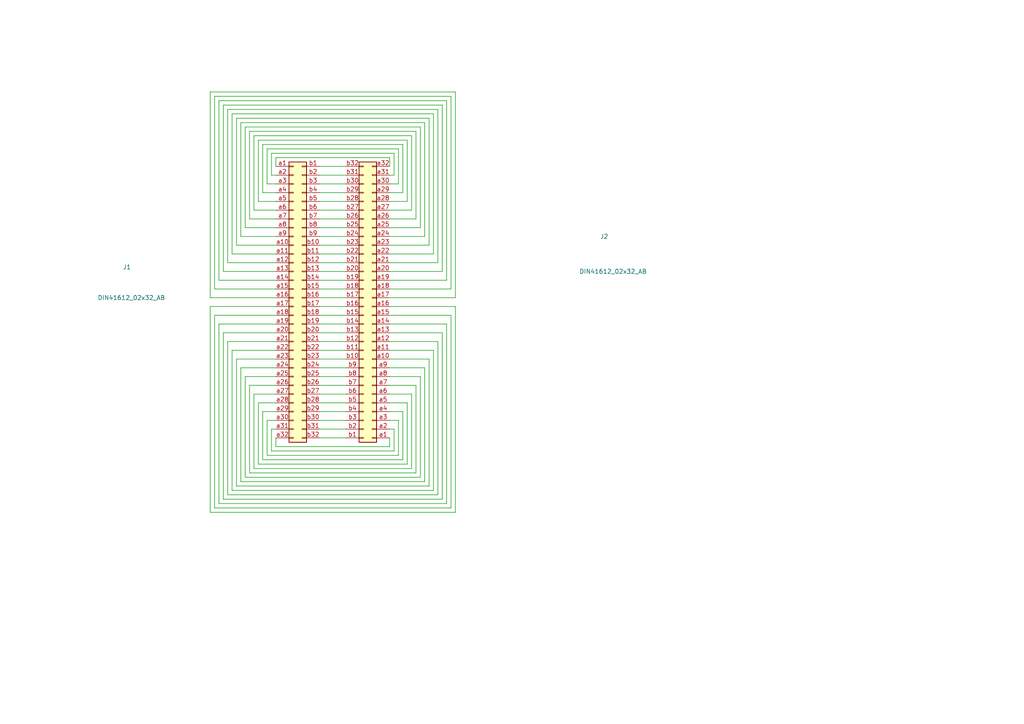
<source format=kicad_sch>
(kicad_sch (version 20211123) (generator eeschema)
  (paper "A4")
  (lib_symbols
    (symbol "Connector:DIN41612_02x32_AB" (pin_names (offset 1.016) hide)
      (property "Reference" "J" (at 1.27 40.64 0))
      (property "Value" "DIN41612_02x32_AB" (at 1.27 -43.18 0))
      (symbol "DIN41612_02x32_AB_1_1"
        (rectangle (start -1.27 -40.513) (end 0 -40.767) (stroke (width 0.1524)))
        (rectangle (start -1.27 -37.973) (end 0 -38.227) (stroke (width 0.1524)))
        (rectangle (start -1.27 -35.433) (end 0 -35.687) (stroke (width 0.1524)))
        (rectangle (start -1.27 -32.893) (end 0 -33.147) (stroke (width 0.1524)))
        (rectangle (start -1.27 -30.353) (end 0 -30.607) (stroke (width 0.1524)))
        (rectangle (start -1.27 -27.813) (end 0 -28.067) (stroke (width 0.1524)))
        (rectangle (start -1.27 -25.273) (end 0 -25.527) (stroke (width 0.1524)))
        (rectangle (start -1.27 -22.733) (end 0 -22.987) (stroke (width 0.1524)))
        (rectangle (start -1.27 -20.193) (end 0 -20.447) (stroke (width 0.1524)))
        (rectangle (start -1.27 -17.653) (end 0 -17.907) (stroke (width 0.1524)))
        (rectangle (start -1.27 -15.113) (end 0 -15.367) (stroke (width 0.1524)))
        (rectangle (start -1.27 -12.573) (end 0 -12.827) (stroke (width 0.1524)))
        (rectangle (start -1.27 -10.033) (end 0 -10.287) (stroke (width 0.1524)))
        (rectangle (start -1.27 -7.493) (end 0 -7.747) (stroke (width 0.1524)))
        (rectangle (start -1.27 -4.953) (end 0 -5.207) (stroke (width 0.1524)))
        (rectangle (start -1.27 -2.413) (end 0 -2.667) (stroke (width 0.1524)))
        (rectangle (start -1.27 0.127) (end 0 -0.127) (stroke (width 0.1524)))
        (rectangle (start -1.27 2.667) (end 0 2.413) (stroke (width 0.1524)))
        (rectangle (start -1.27 5.207) (end 0 4.953) (stroke (width 0.1524)))
        (rectangle (start -1.27 7.747) (end 0 7.493) (stroke (width 0.1524)))
        (rectangle (start -1.27 10.287) (end 0 10.033) (stroke (width 0.1524)))
        (rectangle (start -1.27 12.827) (end 0 12.573) (stroke (width 0.1524)))
        (rectangle (start -1.27 15.367) (end 0 15.113) (stroke (width 0.1524)))
        (rectangle (start -1.27 17.907) (end 0 17.653) (stroke (width 0.1524)))
        (rectangle (start -1.27 20.447) (end 0 20.193) (stroke (width 0.1524)))
        (rectangle (start -1.27 22.987) (end 0 22.733) (stroke (width 0.1524)))
        (rectangle (start -1.27 25.527) (end 0 25.273) (stroke (width 0.1524)))
        (rectangle (start -1.27 28.067) (end 0 27.813) (stroke (width 0.1524)))
        (rectangle (start -1.27 30.607) (end 0 30.353) (stroke (width 0.1524)))
        (rectangle (start -1.27 33.147) (end 0 32.893) (stroke (width 0.1524)))
        (rectangle (start -1.27 35.687) (end 0 35.433) (stroke (width 0.1524)))
        (rectangle (start -1.27 38.227) (end 0 37.973) (stroke (width 0.1524)))
        (rectangle (start -1.27 39.37) (end 3.81 -41.91) (stroke (width 0.254)) (fill (type background)))
        (rectangle (start 3.81 -40.513) (end 2.54 -40.767) (stroke (width 0.1524)))
        (rectangle (start 3.81 -37.973) (end 2.54 -38.227) (stroke (width 0.1524)))
        (rectangle (start 3.81 -35.433) (end 2.54 -35.687) (stroke (width 0.1524)))
        (rectangle (start 3.81 -32.893) (end 2.54 -33.147) (stroke (width 0.1524)))
        (rectangle (start 3.81 -30.353) (end 2.54 -30.607) (stroke (width 0.1524)))
        (rectangle (start 3.81 -27.813) (end 2.54 -28.067) (stroke (width 0.1524)))
        (rectangle (start 3.81 -25.273) (end 2.54 -25.527) (stroke (width 0.1524)))
        (rectangle (start 3.81 -22.733) (end 2.54 -22.987) (stroke (width 0.1524)))
        (rectangle (start 3.81 -20.193) (end 2.54 -20.447) (stroke (width 0.1524)))
        (rectangle (start 3.81 -17.653) (end 2.54 -17.907) (stroke (width 0.1524)))
        (rectangle (start 3.81 -15.113) (end 2.54 -15.367) (stroke (width 0.1524)))
        (rectangle (start 3.81 -12.573) (end 2.54 -12.827) (stroke (width 0.1524)))
        (rectangle (start 3.81 -10.033) (end 2.54 -10.287) (stroke (width 0.1524)))
        (rectangle (start 3.81 -7.493) (end 2.54 -7.747) (stroke (width 0.1524)))
        (rectangle (start 3.81 -4.953) (end 2.54 -5.207) (stroke (width 0.1524)))
        (rectangle (start 3.81 -2.413) (end 2.54 -2.667) (stroke (width 0.1524)))
        (rectangle (start 3.81 0.127) (end 2.54 -0.127) (stroke (width 0.1524)))
        (rectangle (start 3.81 2.667) (end 2.54 2.413) (stroke (width 0.1524)))
        (rectangle (start 3.81 5.207) (end 2.54 4.953) (stroke (width 0.1524)))
        (rectangle (start 3.81 7.747) (end 2.54 7.493) (stroke (width 0.1524)))
        (rectangle (start 3.81 10.287) (end 2.54 10.033) (stroke (width 0.1524)))
        (rectangle (start 3.81 12.827) (end 2.54 12.573) (stroke (width 0.1524)))
        (rectangle (start 3.81 15.367) (end 2.54 15.113) (stroke (width 0.1524)))
        (rectangle (start 3.81 17.907) (end 2.54 17.653) (stroke (width 0.1524)))
        (rectangle (start 3.81 20.447) (end 2.54 20.193) (stroke (width 0.1524)))
        (rectangle (start 3.81 22.987) (end 2.54 22.733) (stroke (width 0.1524)))
        (rectangle (start 3.81 25.527) (end 2.54 25.273) (stroke (width 0.1524)))
        (rectangle (start 3.81 28.067) (end 2.54 27.813) (stroke (width 0.1524)))
        (rectangle (start 3.81 30.607) (end 2.54 30.353) (stroke (width 0.1524)))
        (rectangle (start 3.81 33.147) (end 2.54 32.893) (stroke (width 0.1524)))
        (rectangle (start 3.81 35.687) (end 2.54 35.433) (stroke (width 0.1524)))
        (rectangle (start 3.81 38.227) (end 2.54 37.973) (stroke (width 0.1524)))
        (pin passive line (at -5.08 38.1 0) (length 3.81) (name "Pin_a1") (number "a1"))
        (pin passive line (at -5.08 15.24 0) (length 3.81) (name "Pin_a10") (number "a10"))
        (pin passive line (at -5.08 12.7 0) (length 3.81) (name "Pin_a11") (number "a11"))
        (pin passive line (at -5.08 10.16 0) (length 3.81) (name "Pin_a12") (number "a12"))
        (pin passive line (at -5.08 7.62 0) (length 3.81) (name "Pin_a13") (number "a13"))
        (pin passive line (at -5.08 5.08 0) (length 3.81) (name "Pin_a14") (number "a14"))
        (pin passive line (at -5.08 2.54 0) (length 3.81) (name "Pin_a15") (number "a15"))
        (pin passive line (at -5.08 0 0) (length 3.81) (name "Pin_a16") (number "a16"))
        (pin passive line (at -5.08 -2.54 0) (length 3.81) (name "Pin_a17") (number "a17"))
        (pin passive line (at -5.08 -5.08 0) (length 3.81) (name "Pin_a18") (number "a18"))
        (pin passive line (at -5.08 -7.62 0) (length 3.81) (name "Pin_a19") (number "a19"))
        (pin passive line (at -5.08 35.56 0) (length 3.81) (name "Pin_a2") (number "a2"))
        (pin passive line (at -5.08 -10.16 0) (length 3.81) (name "Pin_a20") (number "a20"))
        (pin passive line (at -5.08 -12.7 0) (length 3.81) (name "Pin_a21") (number "a21"))
        (pin passive line (at -5.08 -15.24 0) (length 3.81) (name "Pin_a22") (number "a22"))
        (pin passive line (at -5.08 -17.78 0) (length 3.81) (name "Pin_a23") (number "a23"))
        (pin passive line (at -5.08 -20.32 0) (length 3.81) (name "Pin_a24") (number "a24"))
        (pin passive line (at -5.08 -22.86 0) (length 3.81) (name "Pin_a25") (number "a25"))
        (pin passive line (at -5.08 -25.4 0) (length 3.81) (name "Pin_a26") (number "a26"))
        (pin passive line (at -5.08 -27.94 0) (length 3.81) (name "Pin_a27") (number "a27"))
        (pin passive line (at -5.08 -30.48 0) (length 3.81) (name "Pin_a28") (number "a28"))
        (pin passive line (at -5.08 -33.02 0) (length 3.81) (name "Pin_a29") (number "a29"))
        (pin passive line (at -5.08 33.02 0) (length 3.81) (name "Pin_a3") (number "a3"))
        (pin passive line (at -5.08 -35.56 0) (length 3.81) (name "Pin_a30") (number "a30"))
        (pin passive line (at -5.08 -38.1 0) (length 3.81) (name "Pin_a31") (number "a31"))
        (pin passive line (at -5.08 -40.64 0) (length 3.81) (name "Pin_a32") (number "a32"))
        (pin passive line (at -5.08 30.48 0) (length 3.81) (name "Pin_a4") (number "a4"))
        (pin passive line (at -5.08 27.94 0) (length 3.81) (name "Pin_a5") (number "a5"))
        (pin passive line (at -5.08 25.4 0) (length 3.81) (name "Pin_a6") (number "a6"))
        (pin passive line (at -5.08 22.86 0) (length 3.81) (name "Pin_a7") (number "a7"))
        (pin passive line (at -5.08 20.32 0) (length 3.81) (name "Pin_a8") (number "a8"))
        (pin passive line (at -5.08 17.78 0) (length 3.81) (name "Pin_a9") (number "a9"))
        (pin passive line (at 7.62 38.1 180) (length 3.81) (name "Pin_b1") (number "b1"))
        (pin passive line (at 7.62 15.24 180) (length 3.81) (name "Pin_b10") (number "b10"))
        (pin passive line (at 7.62 12.7 180) (length 3.81) (name "Pin_b11") (number "b11"))
        (pin passive line (at 7.62 10.16 180) (length 3.81) (name "Pin_b12") (number "b12"))
        (pin passive line (at 7.62 7.62 180) (length 3.81) (name "Pin_b13") (number "b13"))
        (pin passive line (at 7.62 5.08 180) (length 3.81) (name "Pin_b14") (number "b14"))
        (pin passive line (at 7.62 2.54 180) (length 3.81) (name "Pin_b15") (number "b15"))
        (pin passive line (at 7.62 0 180) (length 3.81) (name "Pin_b16") (number "b16"))
        (pin passive line (at 7.62 -2.54 180) (length 3.81) (name "Pin_b17") (number "b17"))
        (pin passive line (at 7.62 -5.08 180) (length 3.81) (name "Pin_b18") (number "b18"))
        (pin passive line (at 7.62 -7.62 180) (length 3.81) (name "Pin_b19") (number "b19"))
        (pin passive line (at 7.62 35.56 180) (length 3.81) (name "Pin_b2") (number "b2"))
        (pin passive line (at 7.62 -10.16 180) (length 3.81) (name "Pin_b20") (number "b20"))
        (pin passive line (at 7.62 -12.7 180) (length 3.81) (name "Pin_b21") (number "b21"))
        (pin passive line (at 7.62 -15.24 180) (length 3.81) (name "Pin_b22") (number "b22"))
        (pin passive line (at 7.62 -17.78 180) (length 3.81) (name "Pin_b23") (number "b23"))
        (pin passive line (at 7.62 -20.32 180) (length 3.81) (name "Pin_b24") (number "b24"))
        (pin passive line (at 7.62 -22.86 180) (length 3.81) (name "Pin_b25") (number "b25"))
        (pin passive line (at 7.62 -25.4 180) (length 3.81) (name "Pin_b26") (number "b26"))
        (pin passive line (at 7.62 -27.94 180) (length 3.81) (name "Pin_b27") (number "b27"))
        (pin passive line (at 7.62 -30.48 180) (length 3.81) (name "Pin_b28") (number "b28"))
        (pin passive line (at 7.62 -33.02 180) (length 3.81) (name "Pin_b29") (number "b29"))
        (pin passive line (at 7.62 33.02 180) (length 3.81) (name "Pin_b3") (number "b3"))
        (pin passive line (at 7.62 -35.56 180) (length 3.81) (name "Pin_b30") (number "b30"))
        (pin passive line (at 7.62 -38.1 180) (length 3.81) (name "Pin_b31") (number "b31"))
        (pin passive line (at 7.62 -40.64 180) (length 3.81) (name "Pin_b32") (number "b32"))
        (pin passive line (at 7.62 30.48 180) (length 3.81) (name "Pin_b4") (number "b4"))
        (pin passive line (at 7.62 27.94 180) (length 3.81) (name "Pin_b5") (number "b5"))
        (pin passive line (at 7.62 25.4 180) (length 3.81) (name "Pin_b6") (number "b6"))
        (pin passive line (at 7.62 22.86 180) (length 3.81) (name "Pin_b7") (number "b7"))
        (pin passive line (at 7.62 20.32 180) (length 3.81) (name "Pin_b8") (number "b8"))
        (pin passive line (at 7.62 17.78 180) (length 3.81) (name "Pin_b9") (number "b9"))
      )
    )
  )
  (wire (pts (xy 68.58 104.14) (xy 80.01 104.14)))
  (wire (pts (xy 92.71 58.42) (xy 100.33 58.42)))
  (wire (pts (xy 113.03 88.9) (xy 132.08 88.9)))
  (wire (pts (xy 128.27 144.78) (xy 128.27 96.52)))
  (wire (pts (xy 72.39 111.76) (xy 72.39 137.16)))
  (wire (pts (xy 114.3 50.8) (xy 114.3 44.45)))
  (wire (pts (xy 121.92 66.04) (xy 121.92 36.83)))
  (wire (pts (xy 127 31.75) (xy 66.04 31.75)))
  (wire (pts (xy 92.71 121.92) (xy 100.33 121.92)))
  (wire (pts (xy 116.84 133.35) (xy 76.2 133.35)))
  (wire (pts (xy 68.58 34.29) (xy 68.58 71.12)))
  (wire (pts (xy 123.19 68.58) (xy 113.03 68.58)))
  (wire (pts (xy 92.71 55.88) (xy 100.33 55.88)))
  (wire (pts (xy 77.47 121.92) (xy 77.47 132.08)))
  (wire (pts (xy 113.03 48.26) (xy 113.03 45.72)))
  (wire (pts (xy 80.01 96.52) (xy 64.77 96.52)))
  (wire (pts (xy 118.11 40.64) (xy 118.11 58.42)))
  (wire (pts (xy 80.01 45.72) (xy 80.01 48.26)))
  (wire (pts (xy 74.93 58.42) (xy 74.93 40.64)))
  (wire (pts (xy 77.47 132.08) (xy 115.57 132.08)))
  (wire (pts (xy 80.01 116.84) (xy 74.93 116.84)))
  (wire (pts (xy 128.27 30.48) (xy 128.27 78.74)))
  (wire (pts (xy 114.3 130.81) (xy 78.74 130.81)))
  (wire (pts (xy 69.85 68.58) (xy 69.85 35.56)))
  (wire (pts (xy 80.01 111.76) (xy 72.39 111.76)))
  (wire (pts (xy 69.85 106.68) (xy 69.85 139.7)))
  (wire (pts (xy 92.71 96.52) (xy 100.33 96.52)))
  (wire (pts (xy 92.71 116.84) (xy 100.33 116.84)))
  (wire (pts (xy 63.5 29.21) (xy 63.5 81.28)))
  (wire (pts (xy 71.12 66.04) (xy 80.01 66.04)))
  (wire (pts (xy 118.11 58.42) (xy 113.03 58.42)))
  (wire (pts (xy 130.81 91.44) (xy 113.03 91.44)))
  (wire (pts (xy 92.71 106.68) (xy 100.33 106.68)))
  (wire (pts (xy 124.46 104.14) (xy 124.46 140.97)))
  (wire (pts (xy 123.19 106.68) (xy 113.03 106.68)))
  (wire (pts (xy 77.47 43.18) (xy 115.57 43.18)))
  (wire (pts (xy 62.23 27.94) (xy 130.81 27.94)))
  (wire (pts (xy 78.74 130.81) (xy 78.74 124.46)))
  (wire (pts (xy 80.01 58.42) (xy 74.93 58.42)))
  (wire (pts (xy 132.08 148.59) (xy 60.96 148.59)))
  (wire (pts (xy 76.2 119.38) (xy 80.01 119.38)))
  (wire (pts (xy 64.77 30.48) (xy 128.27 30.48)))
  (wire (pts (xy 71.12 138.43) (xy 71.12 109.22)))
  (wire (pts (xy 76.2 41.91) (xy 76.2 55.88)))
  (wire (pts (xy 60.96 26.67) (xy 60.96 86.36)))
  (wire (pts (xy 92.71 114.3) (xy 100.33 114.3)))
  (wire (pts (xy 92.71 73.66) (xy 100.33 73.66)))
  (wire (pts (xy 80.01 68.58) (xy 69.85 68.58)))
  (wire (pts (xy 125.73 101.6) (xy 113.03 101.6)))
  (wire (pts (xy 92.71 50.8) (xy 100.33 50.8)))
  (wire (pts (xy 113.03 66.04) (xy 121.92 66.04)))
  (wire (pts (xy 68.58 71.12) (xy 80.01 71.12)))
  (wire (pts (xy 113.03 93.98) (xy 129.54 93.98)))
  (wire (pts (xy 92.71 91.44) (xy 100.33 91.44)))
  (wire (pts (xy 119.38 114.3) (xy 119.38 135.89)))
  (wire (pts (xy 72.39 38.1) (xy 120.65 38.1)))
  (wire (pts (xy 80.01 106.68) (xy 69.85 106.68)))
  (wire (pts (xy 76.2 55.88) (xy 80.01 55.88)))
  (wire (pts (xy 129.54 146.05) (xy 63.5 146.05)))
  (wire (pts (xy 113.03 50.8) (xy 114.3 50.8)))
  (wire (pts (xy 125.73 73.66) (xy 113.03 73.66)))
  (wire (pts (xy 92.71 48.26) (xy 100.33 48.26)))
  (wire (pts (xy 113.03 114.3) (xy 119.38 114.3)))
  (wire (pts (xy 129.54 29.21) (xy 129.54 81.28)))
  (wire (pts (xy 118.11 116.84) (xy 113.03 116.84)))
  (wire (pts (xy 80.01 127) (xy 80.01 129.54)))
  (wire (pts (xy 115.57 121.92) (xy 113.03 121.92)))
  (wire (pts (xy 92.71 76.2) (xy 100.33 76.2)))
  (wire (pts (xy 115.57 43.18) (xy 115.57 53.34)))
  (wire (pts (xy 92.71 86.36) (xy 100.33 86.36)))
  (wire (pts (xy 64.77 78.74) (xy 64.77 30.48)))
  (wire (pts (xy 92.71 66.04) (xy 100.33 66.04)))
  (wire (pts (xy 92.71 109.22) (xy 100.33 109.22)))
  (wire (pts (xy 74.93 134.62) (xy 118.11 134.62)))
  (wire (pts (xy 92.71 71.12) (xy 100.33 71.12)))
  (wire (pts (xy 116.84 41.91) (xy 76.2 41.91)))
  (wire (pts (xy 80.01 91.44) (xy 62.23 91.44)))
  (wire (pts (xy 113.03 99.06) (xy 127 99.06)))
  (wire (pts (xy 113.03 86.36) (xy 132.08 86.36)))
  (wire (pts (xy 80.01 129.54) (xy 113.03 129.54)))
  (wire (pts (xy 72.39 137.16) (xy 120.65 137.16)))
  (wire (pts (xy 124.46 140.97) (xy 68.58 140.97)))
  (wire (pts (xy 115.57 132.08) (xy 115.57 121.92)))
  (wire (pts (xy 113.03 60.96) (xy 119.38 60.96)))
  (wire (pts (xy 92.71 119.38) (xy 100.33 119.38)))
  (wire (pts (xy 130.81 147.32) (xy 130.81 91.44)))
  (wire (pts (xy 92.71 111.76) (xy 100.33 111.76)))
  (wire (pts (xy 64.77 144.78) (xy 128.27 144.78)))
  (wire (pts (xy 66.04 31.75) (xy 66.04 76.2)))
  (wire (pts (xy 76.2 133.35) (xy 76.2 119.38)))
  (wire (pts (xy 127 76.2) (xy 127 31.75)))
  (wire (pts (xy 121.92 109.22) (xy 121.92 138.43)))
  (wire (pts (xy 114.3 124.46) (xy 114.3 130.81)))
  (wire (pts (xy 73.66 135.89) (xy 73.66 114.3)))
  (wire (pts (xy 121.92 36.83) (xy 71.12 36.83)))
  (wire (pts (xy 92.71 93.98) (xy 100.33 93.98)))
  (wire (pts (xy 92.71 53.34) (xy 100.33 53.34)))
  (wire (pts (xy 130.81 83.82) (xy 113.03 83.82)))
  (wire (pts (xy 67.31 73.66) (xy 67.31 33.02)))
  (wire (pts (xy 92.71 83.82) (xy 100.33 83.82)))
  (wire (pts (xy 77.47 53.34) (xy 77.47 43.18)))
  (wire (pts (xy 120.65 111.76) (xy 113.03 111.76)))
  (wire (pts (xy 92.71 104.14) (xy 100.33 104.14)))
  (wire (pts (xy 80.01 121.92) (xy 77.47 121.92)))
  (wire (pts (xy 73.66 60.96) (xy 80.01 60.96)))
  (wire (pts (xy 66.04 76.2) (xy 80.01 76.2)))
  (wire (pts (xy 120.65 137.16) (xy 120.65 111.76)))
  (wire (pts (xy 64.77 96.52) (xy 64.77 144.78)))
  (wire (pts (xy 113.03 45.72) (xy 80.01 45.72)))
  (wire (pts (xy 113.03 109.22) (xy 121.92 109.22)))
  (wire (pts (xy 113.03 71.12) (xy 124.46 71.12)))
  (wire (pts (xy 69.85 139.7) (xy 123.19 139.7)))
  (wire (pts (xy 74.93 40.64) (xy 118.11 40.64)))
  (wire (pts (xy 113.03 76.2) (xy 127 76.2)))
  (wire (pts (xy 80.01 83.82) (xy 62.23 83.82)))
  (wire (pts (xy 60.96 88.9) (xy 80.01 88.9)))
  (wire (pts (xy 92.71 68.58) (xy 100.33 68.58)))
  (wire (pts (xy 63.5 81.28) (xy 80.01 81.28)))
  (wire (pts (xy 92.71 127) (xy 100.33 127)))
  (wire (pts (xy 67.31 142.24) (xy 125.73 142.24)))
  (wire (pts (xy 123.19 139.7) (xy 123.19 106.68)))
  (wire (pts (xy 119.38 135.89) (xy 73.66 135.89)))
  (wire (pts (xy 73.66 114.3) (xy 80.01 114.3)))
  (wire (pts (xy 60.96 86.36) (xy 80.01 86.36)))
  (wire (pts (xy 130.81 27.94) (xy 130.81 83.82)))
  (wire (pts (xy 120.65 38.1) (xy 120.65 63.5)))
  (wire (pts (xy 92.71 78.74) (xy 100.33 78.74)))
  (wire (pts (xy 113.03 81.28) (xy 129.54 81.28)))
  (wire (pts (xy 114.3 44.45) (xy 78.74 44.45)))
  (wire (pts (xy 120.65 63.5) (xy 113.03 63.5)))
  (wire (pts (xy 80.01 53.34) (xy 77.47 53.34)))
  (wire (pts (xy 80.01 73.66) (xy 67.31 73.66)))
  (wire (pts (xy 113.03 129.54) (xy 113.03 127)))
  (wire (pts (xy 92.71 124.46) (xy 100.33 124.46)))
  (wire (pts (xy 62.23 91.44) (xy 62.23 147.32)))
  (wire (pts (xy 73.66 39.37) (xy 73.66 60.96)))
  (wire (pts (xy 132.08 86.36) (xy 132.08 26.67)))
  (wire (pts (xy 92.71 101.6) (xy 100.33 101.6)))
  (wire (pts (xy 121.92 138.43) (xy 71.12 138.43)))
  (wire (pts (xy 127 99.06) (xy 127 143.51)))
  (wire (pts (xy 71.12 36.83) (xy 71.12 66.04)))
  (wire (pts (xy 66.04 99.06) (xy 80.01 99.06)))
  (wire (pts (xy 116.84 119.38) (xy 116.84 133.35)))
  (wire (pts (xy 69.85 35.56) (xy 123.19 35.56)))
  (wire (pts (xy 113.03 124.46) (xy 114.3 124.46)))
  (wire (pts (xy 128.27 78.74) (xy 113.03 78.74)))
  (wire (pts (xy 125.73 33.02) (xy 125.73 73.66)))
  (wire (pts (xy 129.54 93.98) (xy 129.54 146.05)))
  (wire (pts (xy 71.12 109.22) (xy 80.01 109.22)))
  (wire (pts (xy 72.39 63.5) (xy 72.39 38.1)))
  (wire (pts (xy 128.27 96.52) (xy 113.03 96.52)))
  (wire (pts (xy 63.5 93.98) (xy 80.01 93.98)))
  (wire (pts (xy 113.03 104.14) (xy 124.46 104.14)))
  (wire (pts (xy 115.57 53.34) (xy 113.03 53.34)))
  (wire (pts (xy 67.31 33.02) (xy 125.73 33.02)))
  (wire (pts (xy 123.19 35.56) (xy 123.19 68.58)))
  (wire (pts (xy 66.04 143.51) (xy 66.04 99.06)))
  (wire (pts (xy 68.58 140.97) (xy 68.58 104.14)))
  (wire (pts (xy 124.46 34.29) (xy 68.58 34.29)))
  (wire (pts (xy 119.38 60.96) (xy 119.38 39.37)))
  (wire (pts (xy 129.54 29.21) (xy 63.5 29.21)))
  (wire (pts (xy 62.23 83.82) (xy 62.23 27.94)))
  (wire (pts (xy 60.96 148.59) (xy 60.96 88.9)))
  (wire (pts (xy 78.74 44.45) (xy 78.74 50.8)))
  (wire (pts (xy 92.71 99.06) (xy 100.33 99.06)))
  (wire (pts (xy 118.11 134.62) (xy 118.11 116.84)))
  (wire (pts (xy 127 143.51) (xy 66.04 143.51)))
  (wire (pts (xy 62.23 147.32) (xy 130.81 147.32)))
  (wire (pts (xy 132.08 88.9) (xy 132.08 148.59)))
  (wire (pts (xy 78.74 50.8) (xy 80.01 50.8)))
  (wire (pts (xy 80.01 78.74) (xy 64.77 78.74)))
  (wire (pts (xy 78.74 124.46) (xy 80.01 124.46)))
  (wire (pts (xy 132.08 26.67) (xy 60.96 26.67)))
  (wire (pts (xy 67.31 101.6) (xy 67.31 142.24)))
  (wire (pts (xy 113.03 55.88) (xy 116.84 55.88)))
  (wire (pts (xy 92.71 81.28) (xy 100.33 81.28)))
  (wire (pts (xy 92.71 88.9) (xy 100.33 88.9)))
  (wire (pts (xy 74.93 116.84) (xy 74.93 134.62)))
  (wire (pts (xy 92.71 60.96) (xy 100.33 60.96)))
  (wire (pts (xy 92.71 63.5) (xy 100.33 63.5)))
  (wire (pts (xy 124.46 71.12) (xy 124.46 34.29)))
  (wire (pts (xy 119.38 39.37) (xy 73.66 39.37)))
  (wire (pts (xy 125.73 142.24) (xy 125.73 101.6)))
  (wire (pts (xy 63.5 146.05) (xy 63.5 93.98)))
  (wire (pts (xy 116.84 55.88) (xy 116.84 41.91)))
  (wire (pts (xy 113.03 119.38) (xy 116.84 119.38)))
  (wire (pts (xy 80.01 63.5) (xy 72.39 63.5)))
  (wire (pts (xy 80.01 101.6) (xy 67.31 101.6)))
  (symbol (lib_id "Connector:DIN41612_02x32_AB") (at 85.09 86.36 0) (unit 1)
    (property "Reference" "J1" (at 36.83 77.47 0))
    (property "Value" "DIN41612_02x32_AB" (at 38.1 86.36 0))
    (property "Footprint" "Connector_DIN:DIN41612_B_2x32_Male_Horizontal_THT" (effects hide))
  )
  (symbol (lib_id "Connector:DIN41612_02x32_AB") (at 107.95 88.9 180) (unit 1)
    (property "Reference" "J2" (at 175.26 68.58 0))
    (property "Value" "DIN41612_02x32_AB" (at 177.8 78.74 0))
    (property "Footprint" "Connector_DIN:DIN41612_B_2x32_Male_Horizontal_THT" (effects hide))
  )
)
</source>
